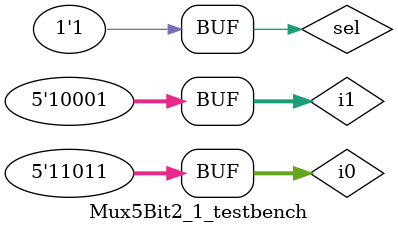
<source format=sv>
`timescale 1 ps/100 fs

/*
*	This mux works on two 5 bit inputs given a 1 bit control signal. 
*/

module Mux5Bit2_1(out, i1, i0, sel);	 
  	output [4:0] out;   	 
  	input [4:0] i0, i1; 
	input sel;  	 
 	 
	wire notSel; 
	wire [4:0] i0AndNotSel, i1AndSel;
   	 
   not #50 n0 (notSel, sel);
	
	genvar i;
	generate 
		for(i=0; i<5; i=i+1) begin: simple
			and #50 a0 (i0AndNotSel[i], i0[i], notSel);
			and #50 a1 (i1AndSel[i], i1[i], sel);
			or #50 or1 (out[i], i0AndNotSel[i], i1AndSel[i]);
		end
	endgenerate
	
endmodule


 
module Mux5Bit2_1_testbench();	 
  	reg [4:0] i0, i1; 
	reg sel;   
  	wire [4:0] out;    
  	Mux5Bit2_1 dut (.out, .i1, .i0, .sel);   
 initial begin  
        	sel=0; i0=32'h00AA00BB; i1=32'h11111111; #5000;   	 
        	sel=0; i0=32'hFEDFED33; i1=32'h00110011; #5000;   	 
        	sel=1; i0=32'hFEDCBA98; i1=32'h12345678; #5000; 	 
        	sel=1; i0=32'h11AA11BB; i1=32'h11CCCC11; #5000;   	 	 
 end  
endmodule
</source>
